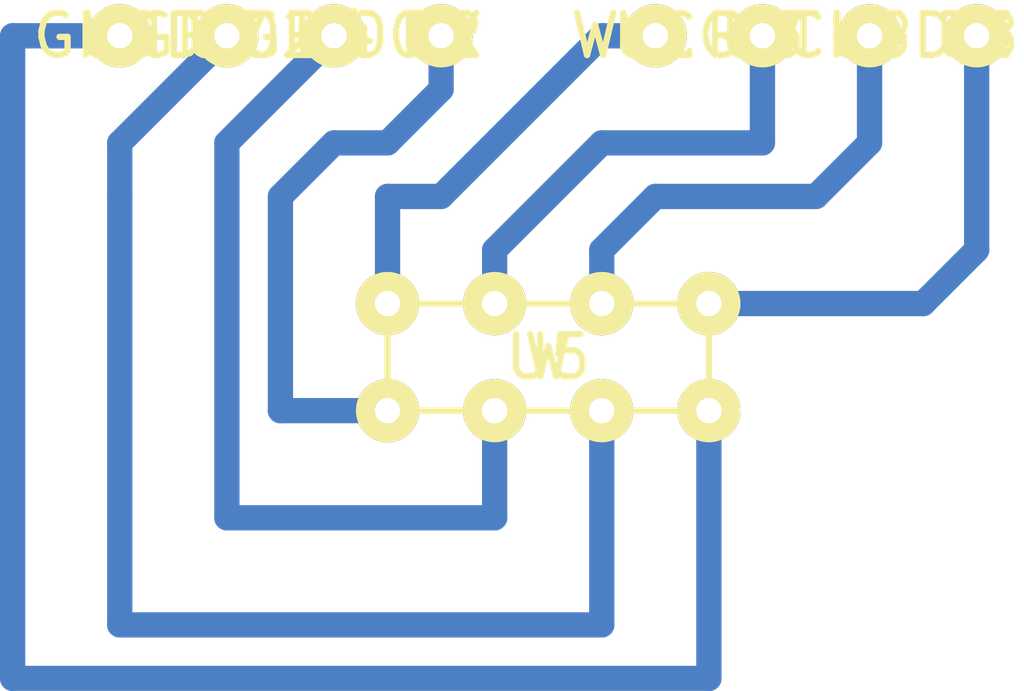
<source format=kicad_pcb>
(kicad_pcb (version 3) (host pcbnew "(2013-jul-07)-stable")

  (general
    (links 8)
    (no_connects 0)
    (area 106.668778 131.076 130.980111 141.974)
    (thickness 1.6)
    (drawings 0)
    (tracks 35)
    (zones 0)
    (modules 9)
    (nets 9)
  )

  (page A4 portrait)
  (layers
    (15 F.Cu signal)
    (0 B.Cu signal)
    (16 B.Adhes user)
    (17 F.Adhes user)
    (18 B.Paste user)
    (19 F.Paste user)
    (20 B.SilkS user)
    (21 F.SilkS user)
    (22 B.Mask user)
    (23 F.Mask user)
    (24 Dwgs.User user)
    (25 Cmts.User user)
    (26 Eco1.User user)
    (27 Eco2.User user)
    (28 Edge.Cuts user)
  )

  (setup
    (last_trace_width 0.6)
    (trace_clearance 0.254)
    (zone_clearance 0.508)
    (zone_45_only no)
    (trace_min 0.254)
    (segment_width 0.2)
    (edge_width 0.1)
    (via_size 0.889)
    (via_drill 0.635)
    (via_min_size 0.889)
    (via_min_drill 0.508)
    (uvia_size 0.508)
    (uvia_drill 0.127)
    (uvias_allowed no)
    (uvia_min_size 0.508)
    (uvia_min_drill 0.127)
    (pcb_text_width 0.3)
    (pcb_text_size 1.5 1.5)
    (mod_edge_width 0.15)
    (mod_text_size 1 1)
    (mod_text_width 0.15)
    (pad_size 1.5 1.5)
    (pad_drill 0.6)
    (pad_to_mask_clearance 0)
    (aux_axis_origin 0 0)
    (visible_elements FFFFFFBF)
    (pcbplotparams
      (layerselection 3178497)
      (usegerberextensions true)
      (excludeedgelayer true)
      (linewidth 0.150000)
      (plotframeref false)
      (viasonmask false)
      (mode 1)
      (useauxorigin false)
      (hpglpennumber 1)
      (hpglpenspeed 20)
      (hpglpendiameter 15)
      (hpglpenoverlay 2)
      (psnegative false)
      (psa4output false)
      (plotreference true)
      (plotvalue true)
      (plotothertext true)
      (plotinvisibletext false)
      (padsonsilk false)
      (subtractmaskfromsilk false)
      (outputformat 1)
      (mirror false)
      (drillshape 1)
      (scaleselection 1)
      (outputdirectory ""))
  )

  (net 0 "")
  (net 1 GND)
  (net 2 N-000001)
  (net 3 N-000002)
  (net 4 N-000003)
  (net 5 N-000005)
  (net 6 N-000006)
  (net 7 N-000007)
  (net 8 VCC)

  (net_class Default "This is the default net class."
    (clearance 0.254)
    (trace_width 0.6)
    (via_dia 0.889)
    (via_drill 0.635)
    (uvia_dia 0.508)
    (uvia_drill 0.127)
    (add_net "")
    (add_net GND)
    (add_net N-000001)
    (add_net N-000002)
    (add_net N-000003)
    (add_net N-000005)
    (add_net N-000006)
    (add_net N-000007)
    (add_net VCC)
  )

  (module wifiadap (layer F.Cu) (tedit 5530D2C3) (tstamp 5530D3AF)
    (at 119.38 139.7)
    (path /5530D1FD)
    (fp_text reference U5 (at 0 0) (layer F.SilkS)
      (effects (font (size 1 1) (thickness 0.15)))
    )
    (fp_text value W (at 0 0) (layer F.SilkS)
      (effects (font (size 1 1) (thickness 0.15)))
    )
    (fp_line (start -3.81 -1.27) (end 3.81 -1.27) (layer F.SilkS) (width 0.15))
    (fp_line (start 3.81 -1.27) (end 3.81 1.27) (layer F.SilkS) (width 0.15))
    (fp_line (start 3.81 1.27) (end -3.81 1.27) (layer F.SilkS) (width 0.15))
    (fp_line (start -3.81 1.27) (end -3.81 -1.27) (layer F.SilkS) (width 0.15))
    (pad 1 thru_hole circle (at -3.81 -1.27) (size 1.5 1.5) (drill 0.6)
      (layers *.Cu *.Mask F.SilkS)
      (net 8 VCC)
    )
    (pad 2 thru_hole circle (at -1.27 -1.27) (size 1.5 1.5) (drill 0.6)
      (layers *.Cu *.Mask F.SilkS)
      (net 7 N-000007)
    )
    (pad 3 thru_hole circle (at 1.27 -1.27) (size 1.5 1.5) (drill 0.6)
      (layers *.Cu *.Mask F.SilkS)
      (net 6 N-000006)
    )
    (pad 4 thru_hole circle (at 3.81 -1.27) (size 1.5 1.5) (drill 0.6)
      (layers *.Cu *.Mask F.SilkS)
      (net 5 N-000005)
    )
    (pad 5 thru_hole circle (at 3.81 1.27) (size 1.5 1.5) (drill 0.6)
      (layers *.Cu *.Mask F.SilkS)
      (net 1 GND)
    )
    (pad 6 thru_hole circle (at 1.27 1.27) (size 1.5 1.5) (drill 0.6)
      (layers *.Cu *.Mask F.SilkS)
      (net 4 N-000003)
    )
    (pad 7 thru_hole circle (at -1.27 1.27) (size 1.5 1.5) (drill 0.6)
      (layers *.Cu *.Mask F.SilkS)
      (net 3 N-000002)
    )
    (pad 8 thru_hole circle (at -3.81 1.27) (size 1.5 1.5) (drill 0.6)
      (layers *.Cu *.Mask F.SilkS)
      (net 2 N-000001)
    )
  )

  (module my1in (layer F.Cu) (tedit 5530D366) (tstamp 5530D3B4)
    (at 121.92 132.08)
    (path /5530D20C)
    (fp_text reference U1 (at 0 0) (layer F.SilkS)
      (effects (font (size 1 1) (thickness 0.15)))
    )
    (fp_text value WVCC (at 0 0) (layer F.SilkS)
      (effects (font (size 1 1) (thickness 0.15)))
    )
    (pad 1 thru_hole circle (at 0 0) (size 1.5 1.5) (drill 0.6)
      (layers *.Cu *.Mask F.SilkS)
      (net 8 VCC)
    )
  )

  (module my1in (layer F.Cu) (tedit 5530D366) (tstamp 5530D3B9)
    (at 124.46 132.08)
    (path /5530D238)
    (fp_text reference U3 (at 0 0) (layer F.SilkS)
      (effects (font (size 1 1) (thickness 0.15)))
    )
    (fp_text value RST (at 0 0) (layer F.SilkS)
      (effects (font (size 1 1) (thickness 0.15)))
    )
    (pad 1 thru_hole circle (at 0 0) (size 1.5 1.5) (drill 0.6)
      (layers *.Cu *.Mask F.SilkS)
      (net 7 N-000007)
    )
  )

  (module my1in (layer F.Cu) (tedit 5530D366) (tstamp 5530D3BE)
    (at 127 132.08)
    (path /5530D247)
    (fp_text reference U6 (at 0 0) (layer F.SilkS)
      (effects (font (size 1 1) (thickness 0.15)))
    )
    (fp_text value CHPD (at 0 0) (layer F.SilkS)
      (effects (font (size 1 1) (thickness 0.15)))
    )
    (pad 1 thru_hole circle (at 0 0) (size 1.5 1.5) (drill 0.6)
      (layers *.Cu *.Mask F.SilkS)
      (net 6 N-000006)
    )
  )

  (module my1in (layer F.Cu) (tedit 5530D366) (tstamp 5530D3C3)
    (at 129.54 132.08)
    (path /5530D256)
    (fp_text reference U8 (at 0 0) (layer F.SilkS)
      (effects (font (size 1 1) (thickness 0.15)))
    )
    (fp_text value TX (at 0 0) (layer F.SilkS)
      (effects (font (size 1 1) (thickness 0.15)))
    )
    (pad 1 thru_hole circle (at 0 0) (size 1.5 1.5) (drill 0.6)
      (layers *.Cu *.Mask F.SilkS)
      (net 5 N-000005)
    )
  )

  (module my1in (layer F.Cu) (tedit 5530D366) (tstamp 5530D3C8)
    (at 109.22 132.08)
    (path /5530D265)
    (fp_text reference U9 (at 0 0) (layer F.SilkS)
      (effects (font (size 1 1) (thickness 0.15)))
    )
    (fp_text value GNND (at 0 0) (layer F.SilkS)
      (effects (font (size 1 1) (thickness 0.15)))
    )
    (pad 1 thru_hole circle (at 0 0) (size 1.5 1.5) (drill 0.6)
      (layers *.Cu *.Mask F.SilkS)
      (net 1 GND)
    )
  )

  (module my1in (layer F.Cu) (tedit 5530D366) (tstamp 5530D3CD)
    (at 111.76 132.08)
    (path /5530D274)
    (fp_text reference U7 (at 0 0) (layer F.SilkS)
      (effects (font (size 1 1) (thickness 0.15)))
    )
    (fp_text value GPIO2 (at 0 0) (layer F.SilkS)
      (effects (font (size 1 1) (thickness 0.15)))
    )
    (pad 1 thru_hole circle (at 0 0) (size 1.5 1.5) (drill 0.6)
      (layers *.Cu *.Mask F.SilkS)
      (net 4 N-000003)
    )
  )

  (module my1in (layer F.Cu) (tedit 5530D366) (tstamp 5530D3D2)
    (at 114.3 132.08)
    (path /5530D288)
    (fp_text reference U4 (at 0 0) (layer F.SilkS)
      (effects (font (size 1 1) (thickness 0.15)))
    )
    (fp_text value GPIO0 (at 0 0) (layer F.SilkS)
      (effects (font (size 1 1) (thickness 0.15)))
    )
    (pad 1 thru_hole circle (at 0 0) (size 1.5 1.5) (drill 0.6)
      (layers *.Cu *.Mask F.SilkS)
      (net 3 N-000002)
    )
  )

  (module my1in (layer F.Cu) (tedit 5530D366) (tstamp 5530D3D7)
    (at 116.84 132.08)
    (path /5530D29C)
    (fp_text reference U2 (at 0 0) (layer F.SilkS)
      (effects (font (size 1 1) (thickness 0.15)))
    )
    (fp_text value RX (at 0 0) (layer F.SilkS)
      (effects (font (size 1 1) (thickness 0.15)))
    )
    (pad 1 thru_hole circle (at 0 0) (size 1.5 1.5) (drill 0.6)
      (layers *.Cu *.Mask F.SilkS)
      (net 2 N-000001)
    )
  )

  (segment (start 109.22 132.08) (end 106.68 132.08) (width 0.6) (layer B.Cu) (net 1) (status 400000))
  (segment (start 123.19 147.32) (end 123.19 140.97) (width 0.6) (layer B.Cu) (net 1) (tstamp 5530D4E2) (status 800000))
  (segment (start 106.68 147.32) (end 123.19 147.32) (width 0.6) (layer B.Cu) (net 1) (tstamp 5530D4E0))
  (segment (start 106.68 132.08) (end 106.68 147.32) (width 0.6) (layer B.Cu) (net 1) (tstamp 5530D4DE))
  (segment (start 115.57 140.97) (end 113.03 140.97) (width 0.6) (layer B.Cu) (net 2) (status 400000))
  (segment (start 116.84 133.35) (end 116.84 132.08) (width 0.6) (layer B.Cu) (net 2) (tstamp 5530D4C8) (status 800000))
  (segment (start 115.57 134.62) (end 116.84 133.35) (width 0.6) (layer B.Cu) (net 2) (tstamp 5530D4C5))
  (segment (start 114.3 134.62) (end 115.57 134.62) (width 0.6) (layer B.Cu) (net 2) (tstamp 5530D4C4))
  (segment (start 113.03 135.89) (end 114.3 134.62) (width 0.6) (layer B.Cu) (net 2) (tstamp 5530D4C2))
  (segment (start 113.03 140.97) (end 113.03 135.89) (width 0.6) (layer B.Cu) (net 2) (tstamp 5530D4C0))
  (segment (start 114.3 132.08) (end 111.76 134.62) (width 0.6) (layer B.Cu) (net 3) (status 400000))
  (segment (start 118.11 143.51) (end 118.11 140.97) (width 0.6) (layer B.Cu) (net 3) (tstamp 5530D4CF) (status 800000))
  (segment (start 111.76 143.51) (end 118.11 143.51) (width 0.6) (layer B.Cu) (net 3) (tstamp 5530D4CC))
  (segment (start 111.76 134.62) (end 111.76 143.51) (width 0.6) (layer B.Cu) (net 3) (tstamp 5530D4CB))
  (segment (start 120.65 140.97) (end 120.65 146.05) (width 0.6) (layer B.Cu) (net 4) (status 400000))
  (segment (start 109.22 134.62) (end 111.76 132.08) (width 0.6) (layer B.Cu) (net 4) (tstamp 5530D4DA) (status 800000))
  (segment (start 109.22 135.89) (end 109.22 134.62) (width 0.6) (layer B.Cu) (net 4) (tstamp 5530D4D7))
  (segment (start 109.22 146.05) (end 109.22 135.89) (width 0.6) (layer B.Cu) (net 4) (tstamp 5530D4D4))
  (segment (start 120.65 146.05) (end 109.22 146.05) (width 0.6) (layer B.Cu) (net 4) (tstamp 5530D4D3))
  (segment (start 123.19 138.43) (end 128.27 138.43) (width 0.6) (layer B.Cu) (net 5) (status 400000))
  (segment (start 129.54 137.16) (end 129.54 132.08) (width 0.6) (layer B.Cu) (net 5) (tstamp 5530D4A0) (status 800000))
  (segment (start 128.27 138.43) (end 129.54 137.16) (width 0.6) (layer B.Cu) (net 5) (tstamp 5530D49B))
  (segment (start 127 132.08) (end 127 134.62) (width 0.6) (layer B.Cu) (net 6) (status 400000))
  (segment (start 120.65 137.16) (end 120.65 138.43) (width 0.6) (layer B.Cu) (net 6) (tstamp 5530D4A8) (status 800000))
  (segment (start 121.92 135.89) (end 120.65 137.16) (width 0.6) (layer B.Cu) (net 6) (tstamp 5530D4A6))
  (segment (start 125.73 135.89) (end 121.92 135.89) (width 0.6) (layer B.Cu) (net 6) (tstamp 5530D4A5))
  (segment (start 127 134.62) (end 125.73 135.89) (width 0.6) (layer B.Cu) (net 6) (tstamp 5530D4A3))
  (segment (start 118.11 138.43) (end 118.11 137.16) (width 0.6) (layer B.Cu) (net 7) (status 400000))
  (segment (start 124.46 134.62) (end 124.46 132.08) (width 0.6) (layer B.Cu) (net 7) (tstamp 5530D4B1) (status 800000))
  (segment (start 120.65 134.62) (end 124.46 134.62) (width 0.6) (layer B.Cu) (net 7) (tstamp 5530D4AD))
  (segment (start 118.11 137.16) (end 120.65 134.62) (width 0.6) (layer B.Cu) (net 7) (tstamp 5530D4AC))
  (segment (start 121.92 132.08) (end 120.65 132.08) (width 0.6) (layer B.Cu) (net 8) (status 400000))
  (segment (start 115.57 135.89) (end 115.57 138.43) (width 0.6) (layer B.Cu) (net 8) (tstamp 5530D4BA) (status 800000))
  (segment (start 116.84 135.89) (end 115.57 135.89) (width 0.6) (layer B.Cu) (net 8) (tstamp 5530D4B8))
  (segment (start 120.65 132.08) (end 116.84 135.89) (width 0.6) (layer B.Cu) (net 8) (tstamp 5530D4B5))

)

</source>
